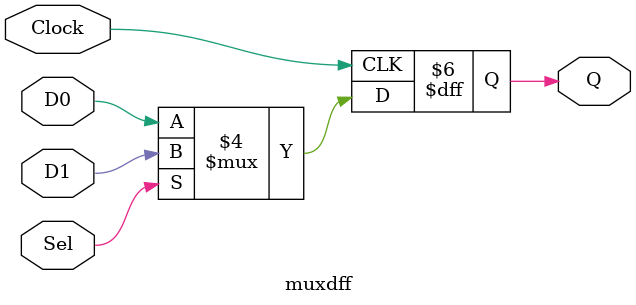
<source format=sv>
module muxdff (D0, D1, Sel, Clock, Q);
	input logic D0, D1, Sel, Clock;
	output logic Q;

	always_ff @(posedge Clock)
	 	if (~Sel)
			Q <= D0;
		else 
			Q <= D1;
		
endmodule


</source>
